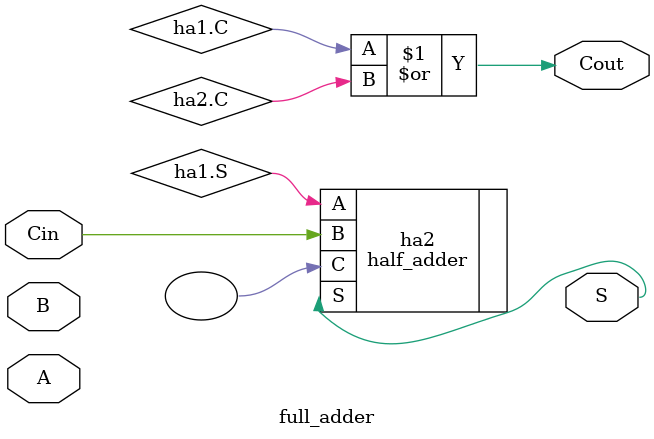
<source format=v>
`ifndef FULL_ADDER_V
`define FULL_ADDER_V

`timescale 1ns/10ps

`include "half_adder.v"

module full_adder(
    input A, B, Cin,
    output S, Cout
);
    half_adder ha1(.A(A), .B(B), .S(), .C());
    half_adder ha2(.A(ha1.S), .B(Cin), .S(S), .C());

    or(Cout, ha1.C, ha2.C);


endmodule
`endif // FULL_ADDER_V
</source>
